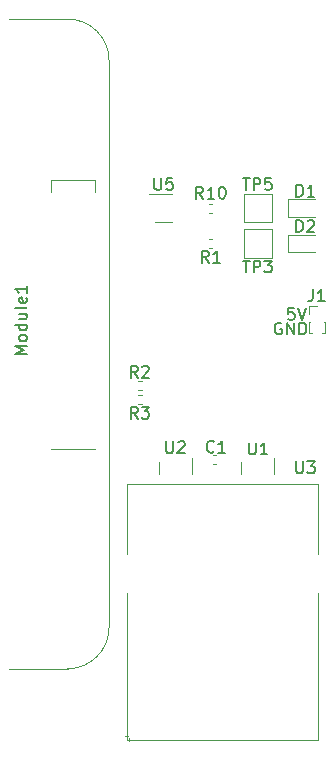
<source format=gbr>
G04 #@! TF.GenerationSoftware,KiCad,Pcbnew,(5.99.0-10539-g7356f9568d)*
G04 #@! TF.CreationDate,2021-06-02T15:47:54+01:00*
G04 #@! TF.ProjectId,CM4IOv5,434d3449-4f76-4352-9e6b-696361645f70,rev?*
G04 #@! TF.SameCoordinates,Original*
G04 #@! TF.FileFunction,Legend,Top*
G04 #@! TF.FilePolarity,Positive*
%FSLAX46Y46*%
G04 Gerber Fmt 4.6, Leading zero omitted, Abs format (unit mm)*
G04 Created by KiCad (PCBNEW (5.99.0-10539-g7356f9568d)) date 2021-06-02 15:47:54*
%MOMM*%
%LPD*%
G01*
G04 APERTURE LIST*
%ADD10C,0.150000*%
%ADD11C,0.120000*%
G04 APERTURE END LIST*
D10*
X122259523Y-99852380D02*
X121783333Y-99852380D01*
X121735714Y-100328571D01*
X121783333Y-100280952D01*
X121878571Y-100233333D01*
X122116666Y-100233333D01*
X122211904Y-100280952D01*
X122259523Y-100328571D01*
X122307142Y-100423809D01*
X122307142Y-100661904D01*
X122259523Y-100757142D01*
X122211904Y-100804761D01*
X122116666Y-100852380D01*
X121878571Y-100852380D01*
X121783333Y-100804761D01*
X121735714Y-100757142D01*
X122592857Y-99852380D02*
X122926190Y-100852380D01*
X123259523Y-99852380D01*
X121188095Y-101150000D02*
X121092857Y-101102380D01*
X120950000Y-101102380D01*
X120807142Y-101150000D01*
X120711904Y-101245238D01*
X120664285Y-101340476D01*
X120616666Y-101530952D01*
X120616666Y-101673809D01*
X120664285Y-101864285D01*
X120711904Y-101959523D01*
X120807142Y-102054761D01*
X120950000Y-102102380D01*
X121045238Y-102102380D01*
X121188095Y-102054761D01*
X121235714Y-102007142D01*
X121235714Y-101673809D01*
X121045238Y-101673809D01*
X121664285Y-102102380D02*
X121664285Y-101102380D01*
X122235714Y-102102380D01*
X122235714Y-101102380D01*
X122711904Y-102102380D02*
X122711904Y-101102380D01*
X122950000Y-101102380D01*
X123092857Y-101150000D01*
X123188095Y-101245238D01*
X123235714Y-101340476D01*
X123283333Y-101530952D01*
X123283333Y-101673809D01*
X123235714Y-101864285D01*
X123188095Y-101959523D01*
X123092857Y-102054761D01*
X122950000Y-102102380D01*
X122711904Y-102102380D01*
X114557142Y-90602380D02*
X114223809Y-90126190D01*
X113985714Y-90602380D02*
X113985714Y-89602380D01*
X114366666Y-89602380D01*
X114461904Y-89650000D01*
X114509523Y-89697619D01*
X114557142Y-89792857D01*
X114557142Y-89935714D01*
X114509523Y-90030952D01*
X114461904Y-90078571D01*
X114366666Y-90126190D01*
X113985714Y-90126190D01*
X115509523Y-90602380D02*
X114938095Y-90602380D01*
X115223809Y-90602380D02*
X115223809Y-89602380D01*
X115128571Y-89745238D01*
X115033333Y-89840476D01*
X114938095Y-89888095D01*
X116128571Y-89602380D02*
X116223809Y-89602380D01*
X116319047Y-89650000D01*
X116366666Y-89697619D01*
X116414285Y-89792857D01*
X116461904Y-89983333D01*
X116461904Y-90221428D01*
X116414285Y-90411904D01*
X116366666Y-90507142D01*
X116319047Y-90554761D01*
X116223809Y-90602380D01*
X116128571Y-90602380D01*
X116033333Y-90554761D01*
X115985714Y-90507142D01*
X115938095Y-90411904D01*
X115890476Y-90221428D01*
X115890476Y-89983333D01*
X115938095Y-89792857D01*
X115985714Y-89697619D01*
X116033333Y-89650000D01*
X116128571Y-89602380D01*
X115033333Y-96022380D02*
X114700000Y-95546190D01*
X114461904Y-96022380D02*
X114461904Y-95022380D01*
X114842857Y-95022380D01*
X114938095Y-95070000D01*
X114985714Y-95117619D01*
X115033333Y-95212857D01*
X115033333Y-95355714D01*
X114985714Y-95450952D01*
X114938095Y-95498571D01*
X114842857Y-95546190D01*
X114461904Y-95546190D01*
X115985714Y-96022380D02*
X115414285Y-96022380D01*
X115700000Y-96022380D02*
X115700000Y-95022380D01*
X115604761Y-95165238D01*
X115509523Y-95260476D01*
X115414285Y-95308095D01*
X110438095Y-88852380D02*
X110438095Y-89661904D01*
X110485714Y-89757142D01*
X110533333Y-89804761D01*
X110628571Y-89852380D01*
X110819047Y-89852380D01*
X110914285Y-89804761D01*
X110961904Y-89757142D01*
X111009523Y-89661904D01*
X111009523Y-88852380D01*
X111961904Y-88852380D02*
X111485714Y-88852380D01*
X111438095Y-89328571D01*
X111485714Y-89280952D01*
X111580952Y-89233333D01*
X111819047Y-89233333D01*
X111914285Y-89280952D01*
X111961904Y-89328571D01*
X112009523Y-89423809D01*
X112009523Y-89661904D01*
X111961904Y-89757142D01*
X111914285Y-89804761D01*
X111819047Y-89852380D01*
X111580952Y-89852380D01*
X111485714Y-89804761D01*
X111438095Y-89757142D01*
X118438095Y-111252380D02*
X118438095Y-112061904D01*
X118485714Y-112157142D01*
X118533333Y-112204761D01*
X118628571Y-112252380D01*
X118819047Y-112252380D01*
X118914285Y-112204761D01*
X118961904Y-112157142D01*
X119009523Y-112061904D01*
X119009523Y-111252380D01*
X120009523Y-112252380D02*
X119438095Y-112252380D01*
X119723809Y-112252380D02*
X119723809Y-111252380D01*
X119628571Y-111395238D01*
X119533333Y-111490476D01*
X119438095Y-111538095D01*
X109033333Y-109222380D02*
X108700000Y-108746190D01*
X108461904Y-109222380D02*
X108461904Y-108222380D01*
X108842857Y-108222380D01*
X108938095Y-108270000D01*
X108985714Y-108317619D01*
X109033333Y-108412857D01*
X109033333Y-108555714D01*
X108985714Y-108650952D01*
X108938095Y-108698571D01*
X108842857Y-108746190D01*
X108461904Y-108746190D01*
X109366666Y-108222380D02*
X109985714Y-108222380D01*
X109652380Y-108603333D01*
X109795238Y-108603333D01*
X109890476Y-108650952D01*
X109938095Y-108698571D01*
X109985714Y-108793809D01*
X109985714Y-109031904D01*
X109938095Y-109127142D01*
X109890476Y-109174761D01*
X109795238Y-109222380D01*
X109509523Y-109222380D01*
X109414285Y-109174761D01*
X109366666Y-109127142D01*
X117938095Y-88852380D02*
X118509523Y-88852380D01*
X118223809Y-89852380D02*
X118223809Y-88852380D01*
X118842857Y-89852380D02*
X118842857Y-88852380D01*
X119223809Y-88852380D01*
X119319047Y-88900000D01*
X119366666Y-88947619D01*
X119414285Y-89042857D01*
X119414285Y-89185714D01*
X119366666Y-89280952D01*
X119319047Y-89328571D01*
X119223809Y-89376190D01*
X118842857Y-89376190D01*
X120319047Y-88852380D02*
X119842857Y-88852380D01*
X119795238Y-89328571D01*
X119842857Y-89280952D01*
X119938095Y-89233333D01*
X120176190Y-89233333D01*
X120271428Y-89280952D01*
X120319047Y-89328571D01*
X120366666Y-89423809D01*
X120366666Y-89661904D01*
X120319047Y-89757142D01*
X120271428Y-89804761D01*
X120176190Y-89852380D01*
X119938095Y-89852380D01*
X119842857Y-89804761D01*
X119795238Y-89757142D01*
X122461904Y-93422380D02*
X122461904Y-92422380D01*
X122700000Y-92422380D01*
X122842857Y-92470000D01*
X122938095Y-92565238D01*
X122985714Y-92660476D01*
X123033333Y-92850952D01*
X123033333Y-92993809D01*
X122985714Y-93184285D01*
X122938095Y-93279523D01*
X122842857Y-93374761D01*
X122700000Y-93422380D01*
X122461904Y-93422380D01*
X123414285Y-92517619D02*
X123461904Y-92470000D01*
X123557142Y-92422380D01*
X123795238Y-92422380D01*
X123890476Y-92470000D01*
X123938095Y-92517619D01*
X123985714Y-92612857D01*
X123985714Y-92708095D01*
X123938095Y-92850952D01*
X123366666Y-93422380D01*
X123985714Y-93422380D01*
X99652380Y-103757142D02*
X98652380Y-103757142D01*
X99366666Y-103423809D01*
X98652380Y-103090476D01*
X99652380Y-103090476D01*
X99652380Y-102471428D02*
X99604761Y-102566666D01*
X99557142Y-102614285D01*
X99461904Y-102661904D01*
X99176190Y-102661904D01*
X99080952Y-102614285D01*
X99033333Y-102566666D01*
X98985714Y-102471428D01*
X98985714Y-102328571D01*
X99033333Y-102233333D01*
X99080952Y-102185714D01*
X99176190Y-102138095D01*
X99461904Y-102138095D01*
X99557142Y-102185714D01*
X99604761Y-102233333D01*
X99652380Y-102328571D01*
X99652380Y-102471428D01*
X99652380Y-101280952D02*
X98652380Y-101280952D01*
X99604761Y-101280952D02*
X99652380Y-101376190D01*
X99652380Y-101566666D01*
X99604761Y-101661904D01*
X99557142Y-101709523D01*
X99461904Y-101757142D01*
X99176190Y-101757142D01*
X99080952Y-101709523D01*
X99033333Y-101661904D01*
X98985714Y-101566666D01*
X98985714Y-101376190D01*
X99033333Y-101280952D01*
X98985714Y-100376190D02*
X99652380Y-100376190D01*
X98985714Y-100804761D02*
X99509523Y-100804761D01*
X99604761Y-100757142D01*
X99652380Y-100661904D01*
X99652380Y-100519047D01*
X99604761Y-100423809D01*
X99557142Y-100376190D01*
X99652380Y-99757142D02*
X99604761Y-99852380D01*
X99509523Y-99900000D01*
X98652380Y-99900000D01*
X99604761Y-98995238D02*
X99652380Y-99090476D01*
X99652380Y-99280952D01*
X99604761Y-99376190D01*
X99509523Y-99423809D01*
X99128571Y-99423809D01*
X99033333Y-99376190D01*
X98985714Y-99280952D01*
X98985714Y-99090476D01*
X99033333Y-98995238D01*
X99128571Y-98947619D01*
X99223809Y-98947619D01*
X99319047Y-99423809D01*
X99652380Y-97995238D02*
X99652380Y-98566666D01*
X99652380Y-98280952D02*
X98652380Y-98280952D01*
X98795238Y-98376190D01*
X98890476Y-98471428D01*
X98938095Y-98566666D01*
X122461904Y-90422380D02*
X122461904Y-89422380D01*
X122700000Y-89422380D01*
X122842857Y-89470000D01*
X122938095Y-89565238D01*
X122985714Y-89660476D01*
X123033333Y-89850952D01*
X123033333Y-89993809D01*
X122985714Y-90184285D01*
X122938095Y-90279523D01*
X122842857Y-90374761D01*
X122700000Y-90422380D01*
X122461904Y-90422380D01*
X123985714Y-90422380D02*
X123414285Y-90422380D01*
X123700000Y-90422380D02*
X123700000Y-89422380D01*
X123604761Y-89565238D01*
X123509523Y-89660476D01*
X123414285Y-89708095D01*
X123866666Y-98292380D02*
X123866666Y-99006666D01*
X123819047Y-99149523D01*
X123723809Y-99244761D01*
X123580952Y-99292380D01*
X123485714Y-99292380D01*
X124866666Y-99292380D02*
X124295238Y-99292380D01*
X124580952Y-99292380D02*
X124580952Y-98292380D01*
X124485714Y-98435238D01*
X124390476Y-98530476D01*
X124295238Y-98578095D01*
X109033333Y-105752380D02*
X108700000Y-105276190D01*
X108461904Y-105752380D02*
X108461904Y-104752380D01*
X108842857Y-104752380D01*
X108938095Y-104800000D01*
X108985714Y-104847619D01*
X109033333Y-104942857D01*
X109033333Y-105085714D01*
X108985714Y-105180952D01*
X108938095Y-105228571D01*
X108842857Y-105276190D01*
X108461904Y-105276190D01*
X109414285Y-104847619D02*
X109461904Y-104800000D01*
X109557142Y-104752380D01*
X109795238Y-104752380D01*
X109890476Y-104800000D01*
X109938095Y-104847619D01*
X109985714Y-104942857D01*
X109985714Y-105038095D01*
X109938095Y-105180952D01*
X109366666Y-105752380D01*
X109985714Y-105752380D01*
X115478669Y-112007142D02*
X115431050Y-112054761D01*
X115288193Y-112102380D01*
X115192955Y-112102380D01*
X115050097Y-112054761D01*
X114954859Y-111959523D01*
X114907240Y-111864285D01*
X114859621Y-111673809D01*
X114859621Y-111530952D01*
X114907240Y-111340476D01*
X114954859Y-111245238D01*
X115050097Y-111150000D01*
X115192955Y-111102380D01*
X115288193Y-111102380D01*
X115431050Y-111150000D01*
X115478669Y-111197619D01*
X116431050Y-112102380D02*
X115859621Y-112102380D01*
X116145336Y-112102380D02*
X116145336Y-111102380D01*
X116050097Y-111245238D01*
X115954859Y-111340476D01*
X115859621Y-111388095D01*
X122438095Y-112852380D02*
X122438095Y-113661904D01*
X122485714Y-113757142D01*
X122533333Y-113804761D01*
X122628571Y-113852380D01*
X122819047Y-113852380D01*
X122914285Y-113804761D01*
X122961904Y-113757142D01*
X123009523Y-113661904D01*
X123009523Y-112852380D01*
X123390476Y-112852380D02*
X124009523Y-112852380D01*
X123676190Y-113233333D01*
X123819047Y-113233333D01*
X123914285Y-113280952D01*
X123961904Y-113328571D01*
X124009523Y-113423809D01*
X124009523Y-113661904D01*
X123961904Y-113757142D01*
X123914285Y-113804761D01*
X123819047Y-113852380D01*
X123533333Y-113852380D01*
X123438095Y-113804761D01*
X123390476Y-113757142D01*
X111438095Y-111152380D02*
X111438095Y-111961904D01*
X111485714Y-112057142D01*
X111533333Y-112104761D01*
X111628571Y-112152380D01*
X111819047Y-112152380D01*
X111914285Y-112104761D01*
X111961904Y-112057142D01*
X112009523Y-111961904D01*
X112009523Y-111152380D01*
X112438095Y-111247619D02*
X112485714Y-111200000D01*
X112580952Y-111152380D01*
X112819047Y-111152380D01*
X112914285Y-111200000D01*
X112961904Y-111247619D01*
X113009523Y-111342857D01*
X113009523Y-111438095D01*
X112961904Y-111580952D01*
X112390476Y-112152380D01*
X113009523Y-112152380D01*
X117938095Y-95852380D02*
X118509523Y-95852380D01*
X118223809Y-96852380D02*
X118223809Y-95852380D01*
X118842857Y-96852380D02*
X118842857Y-95852380D01*
X119223809Y-95852380D01*
X119319047Y-95900000D01*
X119366666Y-95947619D01*
X119414285Y-96042857D01*
X119414285Y-96185714D01*
X119366666Y-96280952D01*
X119319047Y-96328571D01*
X119223809Y-96376190D01*
X118842857Y-96376190D01*
X119747619Y-95852380D02*
X120366666Y-95852380D01*
X120033333Y-96233333D01*
X120176190Y-96233333D01*
X120271428Y-96280952D01*
X120319047Y-96328571D01*
X120366666Y-96423809D01*
X120366666Y-96661904D01*
X120319047Y-96757142D01*
X120271428Y-96804761D01*
X120176190Y-96852380D01*
X119890476Y-96852380D01*
X119795238Y-96804761D01*
X119747619Y-96757142D01*
D11*
X115353641Y-91020000D02*
X115046359Y-91020000D01*
X115353641Y-91780000D02*
X115046359Y-91780000D01*
X115353641Y-94780000D02*
X115046359Y-94780000D01*
X115353641Y-94020000D02*
X115046359Y-94020000D01*
X110500000Y-92560000D02*
X111900000Y-92560000D01*
X111900000Y-90240000D02*
X110000000Y-90240000D01*
X120600000Y-113900000D02*
X120600000Y-112600000D01*
X117800000Y-113900000D02*
X117800000Y-112900000D01*
X109353641Y-107980000D02*
X109046359Y-107980000D01*
X109353641Y-107220000D02*
X109046359Y-107220000D01*
X120400000Y-92600000D02*
X118000000Y-92600000D01*
X118000000Y-90200000D02*
X120400000Y-90200000D01*
X118000000Y-92600000D02*
X118000000Y-90200000D01*
X120400000Y-90200000D02*
X120400000Y-92600000D01*
X121715000Y-93665000D02*
X121715000Y-95135000D01*
X124000000Y-93665000D02*
X121715000Y-93665000D01*
X121715000Y-95135000D02*
X124000000Y-95135000D01*
X103100000Y-75400000D02*
G75*
G02*
X106600000Y-78900000I0J-3500000D01*
G01*
X106600000Y-126900000D02*
G75*
G02*
X103100000Y-130400000I-3500000J0D01*
G01*
X105450000Y-111800000D02*
X101670000Y-111800000D01*
X106600000Y-126900000D02*
X106600000Y-78900000D01*
X105450000Y-89000000D02*
X105450000Y-90000000D01*
X105450000Y-89000000D02*
X101670000Y-89000000D01*
X103100000Y-75400000D02*
X98100000Y-75400000D01*
X98100000Y-130400000D02*
X103100000Y-130400000D01*
X101670000Y-89000000D02*
X101670000Y-90000000D01*
X121715000Y-90665000D02*
X121715000Y-92135000D01*
X121715000Y-92135000D02*
X124000000Y-92135000D01*
X124000000Y-90665000D02*
X121715000Y-90665000D01*
X123505000Y-100400000D02*
X123505000Y-99715000D01*
X123505000Y-101085000D02*
X123505000Y-101960000D01*
X123505000Y-99715000D02*
X124200000Y-99715000D01*
X124594493Y-101960000D02*
X124895000Y-101960000D01*
X124808276Y-101085000D02*
X124895000Y-101085000D01*
X123505000Y-101960000D02*
X123805507Y-101960000D01*
X123505000Y-101085000D02*
X123591724Y-101085000D01*
X124895000Y-101085000D02*
X124895000Y-101960000D01*
X109353641Y-106780000D02*
X109046359Y-106780000D01*
X109353641Y-106020000D02*
X109046359Y-106020000D01*
X115645336Y-112340000D02*
X115429664Y-112340000D01*
X115645336Y-113060000D02*
X115429664Y-113060000D01*
X124320000Y-114767500D02*
X124320000Y-120677500D01*
X108200000Y-136137500D02*
X107950000Y-136137500D01*
X124320000Y-123957500D02*
X124320000Y-136407500D01*
X108300000Y-136287500D02*
X108300000Y-136537500D01*
X108080000Y-123957500D02*
X108080000Y-136407500D01*
X124320000Y-136407500D02*
X108080000Y-136407500D01*
X108080000Y-114767500D02*
X108080000Y-120677500D01*
X108080000Y-114767500D02*
X124320000Y-114767500D01*
X113600000Y-113900000D02*
X113600000Y-112600000D01*
X110800000Y-113900000D02*
X110800000Y-112900000D01*
X120400000Y-95600000D02*
X118000000Y-95600000D01*
X118000000Y-95600000D02*
X118000000Y-93200000D01*
X120400000Y-93200000D02*
X120400000Y-95600000D01*
X118000000Y-93200000D02*
X120400000Y-93200000D01*
M02*

</source>
